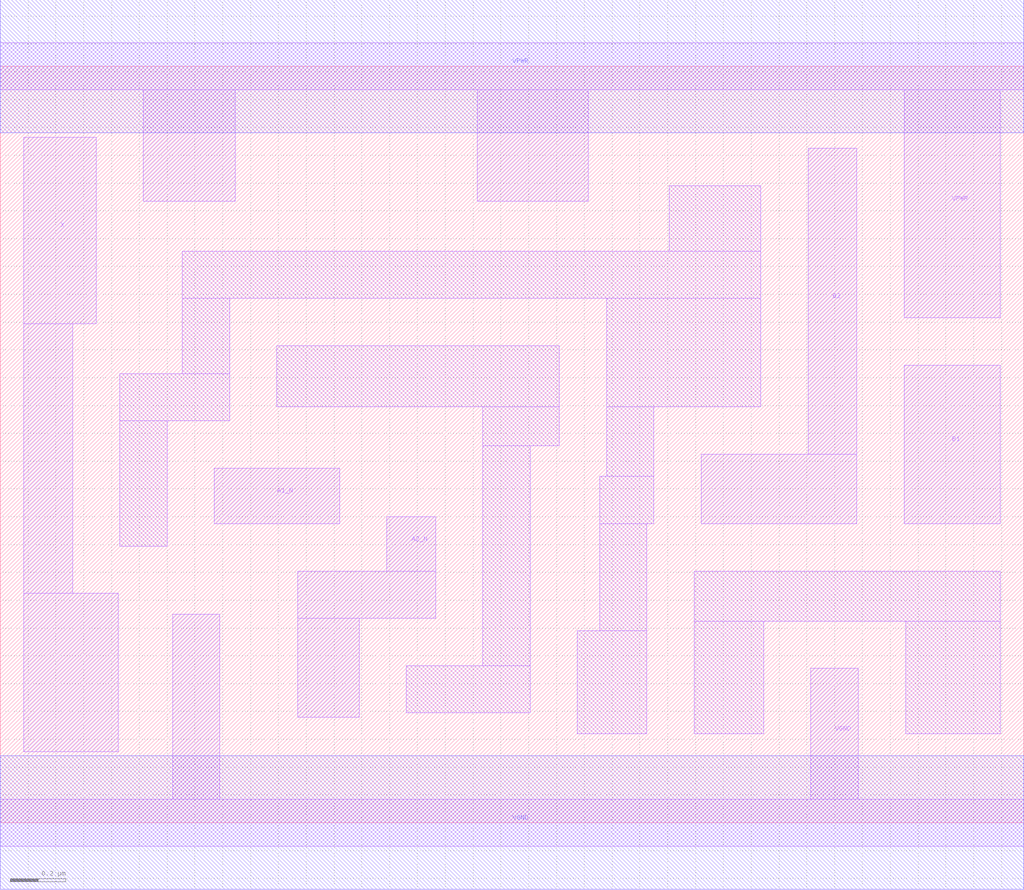
<source format=lef>
# Copyright 2020 The SkyWater PDK Authors
#
# Licensed under the Apache License, Version 2.0 (the "License");
# you may not use this file except in compliance with the License.
# You may obtain a copy of the License at
#
#     https://www.apache.org/licenses/LICENSE-2.0
#
# Unless required by applicable law or agreed to in writing, software
# distributed under the License is distributed on an "AS IS" BASIS,
# WITHOUT WARRANTIES OR CONDITIONS OF ANY KIND, either express or implied.
# See the License for the specific language governing permissions and
# limitations under the License.
#
# SPDX-License-Identifier: Apache-2.0

VERSION 5.5 ;
NAMESCASESENSITIVE ON ;
BUSBITCHARS "[]" ;
DIVIDERCHAR "/" ;
MACRO sky130_fd_sc_hd__o2bb2a_1
  CLASS CORE ;
  SOURCE USER ;
  ORIGIN  0.000000  0.000000 ;
  SIZE  3.680000 BY  2.720000 ;
  SYMMETRY X Y R90 ;
  SITE unithd ;
  PIN A1_N
    ANTENNAGATEAREA  0.126000 ;
    DIRECTION INPUT ;
    USE SIGNAL ;
    PORT
      LAYER li1 ;
        RECT 0.770000 1.075000 1.220000 1.275000 ;
    END
  END A1_N
  PIN A2_N
    ANTENNAGATEAREA  0.126000 ;
    DIRECTION INPUT ;
    USE SIGNAL ;
    PORT
      LAYER li1 ;
        RECT 1.070000 0.380000 1.290000 0.735000 ;
        RECT 1.070000 0.735000 1.565000 0.905000 ;
        RECT 1.390000 0.905000 1.565000 1.100000 ;
    END
  END A2_N
  PIN B1
    ANTENNAGATEAREA  0.126000 ;
    DIRECTION INPUT ;
    USE SIGNAL ;
    PORT
      LAYER li1 ;
        RECT 3.250000 1.075000 3.595000 1.645000 ;
    END
  END B1
  PIN B2
    ANTENNAGATEAREA  0.126000 ;
    DIRECTION INPUT ;
    USE SIGNAL ;
    PORT
      LAYER li1 ;
        RECT 2.520000 1.075000 3.080000 1.325000 ;
        RECT 2.905000 1.325000 3.080000 2.425000 ;
    END
  END B2
  PIN X
    ANTENNADIFFAREA  0.429000 ;
    DIRECTION OUTPUT ;
    USE SIGNAL ;
    PORT
      LAYER li1 ;
        RECT 0.085000 0.255000 0.425000 0.825000 ;
        RECT 0.085000 0.825000 0.260000 1.795000 ;
        RECT 0.085000 1.795000 0.345000 2.465000 ;
    END
  END X
  PIN VGND
    DIRECTION INOUT ;
    SHAPE ABUTMENT ;
    USE GROUND ;
    PORT
      LAYER li1 ;
        RECT 0.000000 -0.085000 3.680000 0.085000 ;
        RECT 0.620000  0.085000 0.790000 0.750000 ;
        RECT 2.915000  0.085000 3.085000 0.555000 ;
    END
    PORT
      LAYER met1 ;
        RECT 0.000000 -0.240000 3.680000 0.240000 ;
    END
  END VGND
  PIN VPWR
    DIRECTION INOUT ;
    SHAPE ABUTMENT ;
    USE POWER ;
    PORT
      LAYER li1 ;
        RECT 0.000000 2.635000 3.680000 2.805000 ;
        RECT 0.515000 2.235000 0.845000 2.635000 ;
        RECT 1.715000 2.235000 2.115000 2.635000 ;
        RECT 3.250000 1.815000 3.595000 2.635000 ;
    END
    PORT
      LAYER met1 ;
        RECT 0.000000 2.480000 3.680000 2.960000 ;
    END
  END VPWR
  OBS
    LAYER li1 ;
      RECT 0.430000 0.995000 0.600000 1.445000 ;
      RECT 0.430000 1.445000 0.825000 1.615000 ;
      RECT 0.655000 1.615000 0.825000 1.885000 ;
      RECT 0.655000 1.885000 2.735000 2.055000 ;
      RECT 0.995000 1.495000 2.010000 1.715000 ;
      RECT 1.460000 0.395000 1.905000 0.565000 ;
      RECT 1.735000 0.565000 1.905000 1.355000 ;
      RECT 1.735000 1.355000 2.010000 1.495000 ;
      RECT 2.075000 0.320000 2.325000 0.690000 ;
      RECT 2.155000 0.690000 2.325000 1.075000 ;
      RECT 2.155000 1.075000 2.350000 1.245000 ;
      RECT 2.180000 1.245000 2.350000 1.495000 ;
      RECT 2.180000 1.495000 2.735000 1.885000 ;
      RECT 2.405000 2.055000 2.735000 2.290000 ;
      RECT 2.495000 0.320000 2.745000 0.725000 ;
      RECT 2.495000 0.725000 3.595000 0.905000 ;
      RECT 3.255000 0.320000 3.595000 0.725000 ;
  END
END sky130_fd_sc_hd__o2bb2a_1

</source>
